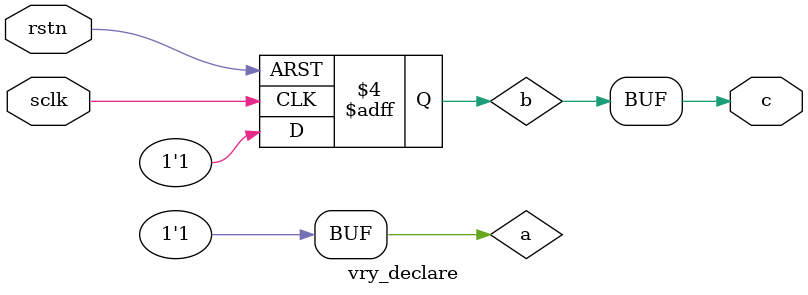
<source format=v>
`timescale 1ns / 1ps


module vry_declare(
	input		rstn,
	input		sclk,
	(* mark_debug="true" *)output		c
);


reg		a = 1'b1;
reg		b;

assign c = b;

always @ (posedge sclk or negedge rstn) begin
	if(rstn == 1'b0) begin 
		b = 1'b0;
	end 
	else begin
		b = a;
	end 	
end 
    

endmodule

</source>
